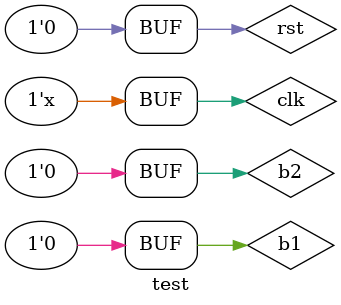
<source format=v>
`timescale 1ns / 1ps

module test();
wire [7:0]display;
wire [1:0]ssd_ctl;
reg b1;
reg b2;
reg clk;
reg rst;

stopwatch_disp U0( display,ssd_ctl,clk,rst,b1,b2);

initial 
begin 
    rst=1;
    clk=1;
    b1=0;
    b2=0;
    #20rst=0;
    #200 b1=1;
    #100 b1=0;
    #200 b1=1;
    #100 b1=0;
    
    #100 b1=0;
end

always
begin
 #10 clk = ~clk;
end

endmodule
</source>
